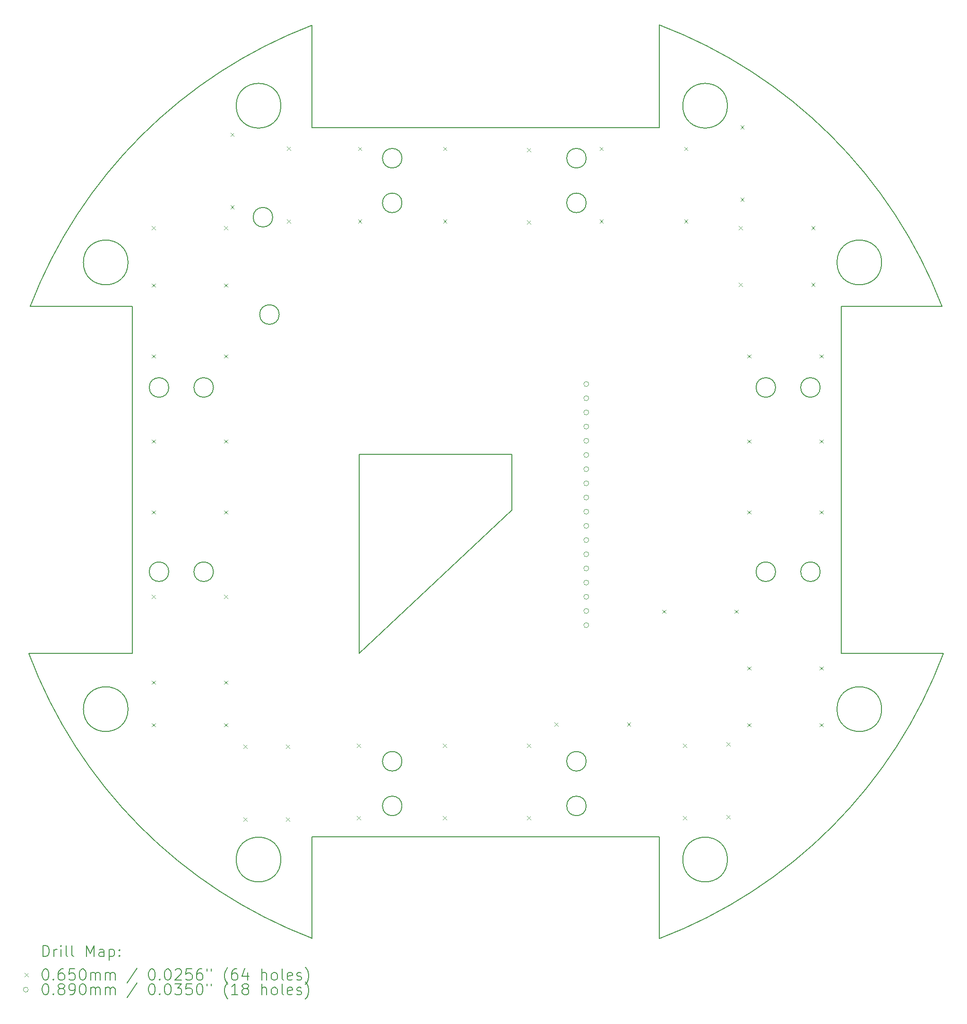
<source format=gbr>
%TF.GenerationSoftware,KiCad,Pcbnew,8.0.5*%
%TF.CreationDate,2024-12-27T19:58:19-05:00*%
%TF.ProjectId,line_sensor_pcb,6c696e65-5f73-4656-9e73-6f725f706362,rev?*%
%TF.SameCoordinates,Original*%
%TF.FileFunction,Drillmap*%
%TF.FilePolarity,Positive*%
%FSLAX45Y45*%
G04 Gerber Fmt 4.5, Leading zero omitted, Abs format (unit mm)*
G04 Created by KiCad (PCBNEW 8.0.5) date 2024-12-27 19:58:19*
%MOMM*%
%LPD*%
G01*
G04 APERTURE LIST*
%ADD10C,0.200000*%
%ADD11C,0.100000*%
G04 APERTURE END LIST*
D10*
X6773178Y-3029700D02*
X6773178Y-1194070D01*
X15875625Y-7681333D02*
G75*
G02*
X15525625Y-7681333I-175000J0D01*
G01*
X15525625Y-7681333D02*
G75*
G02*
X15875625Y-7681333I175000J0D01*
G01*
X3556000Y-12446000D02*
X1698761Y-12446000D01*
X12989478Y-3029700D02*
X6773178Y-3029700D01*
X5005626Y-10981333D02*
G75*
G02*
X4655626Y-10981333I-175000J0D01*
G01*
X4655626Y-10981333D02*
G75*
G02*
X5005626Y-10981333I175000J0D01*
G01*
X10351184Y-9878182D02*
X7620000Y-12446000D01*
X4205626Y-7681333D02*
G75*
G02*
X3855625Y-7681333I-175000J0D01*
G01*
X3855625Y-7681333D02*
G75*
G02*
X4205626Y-7681333I175000J0D01*
G01*
X1723213Y-6229700D02*
G75*
G02*
X6773178Y-1194070I8167058J-3140322D01*
G01*
X16256000Y-12446000D02*
X16256000Y-6229700D01*
X12989478Y-15729700D02*
X12989478Y-17552775D01*
X6213664Y-2635422D02*
G75*
G02*
X5413665Y-2635422I-400000J0D01*
G01*
X5413665Y-2635422D02*
G75*
G02*
X6213664Y-2635422I400000J0D01*
G01*
X6067552Y-4632216D02*
G75*
G02*
X5717552Y-4632216I-175000J0D01*
G01*
X5717552Y-4632216D02*
G75*
G02*
X6067552Y-4632216I175000J0D01*
G01*
X11683500Y-14375438D02*
G75*
G02*
X11333500Y-14375438I-175000J0D01*
G01*
X11333500Y-14375438D02*
G75*
G02*
X11683500Y-14375438I175000J0D01*
G01*
X11683500Y-3575438D02*
G75*
G02*
X11333500Y-3575438I-175000J0D01*
G01*
X11333500Y-3575438D02*
G75*
G02*
X11683500Y-3575438I175000J0D01*
G01*
X6773178Y-17545977D02*
X6773178Y-15729700D01*
X3476008Y-13442045D02*
G75*
G02*
X2676008Y-13442045I-400000J0D01*
G01*
X2676008Y-13442045D02*
G75*
G02*
X3476008Y-13442045I400000J0D01*
G01*
X10351184Y-8878182D02*
X10351184Y-9878182D01*
X14213664Y-2635422D02*
G75*
G02*
X13413664Y-2635422I-400000J0D01*
G01*
X13413664Y-2635422D02*
G75*
G02*
X14213664Y-2635422I400000J0D01*
G01*
X14213664Y-16135422D02*
G75*
G02*
X13413664Y-16135422I-400000J0D01*
G01*
X13413664Y-16135422D02*
G75*
G02*
X14213664Y-16135422I400000J0D01*
G01*
X15075625Y-10981333D02*
G75*
G02*
X14725625Y-10981333I-175000J0D01*
G01*
X14725625Y-10981333D02*
G75*
G02*
X15075625Y-10981333I175000J0D01*
G01*
X16256000Y-6229700D02*
X18057333Y-6229700D01*
X6773178Y-15729700D02*
X12989478Y-15729700D01*
X5005626Y-7681333D02*
G75*
G02*
X4655626Y-7681333I-175000J0D01*
G01*
X4655626Y-7681333D02*
G75*
G02*
X5005626Y-7681333I175000J0D01*
G01*
X18081785Y-12446000D02*
X16256000Y-12446000D01*
X18081785Y-12446000D02*
G75*
G02*
X12989478Y-17552775I-8191512J3075977D01*
G01*
X15875625Y-10981333D02*
G75*
G02*
X15525625Y-10981333I-175000J0D01*
G01*
X15525625Y-10981333D02*
G75*
G02*
X15875625Y-10981333I175000J0D01*
G01*
X12989478Y-1187272D02*
G75*
G02*
X18057333Y-6229700I-3099203J-8182750D01*
G01*
X8383500Y-14375438D02*
G75*
G02*
X8033500Y-14375438I-175000J0D01*
G01*
X8033500Y-14375438D02*
G75*
G02*
X8383500Y-14375438I175000J0D01*
G01*
X8383500Y-3575438D02*
G75*
G02*
X8033500Y-3575438I-175000J0D01*
G01*
X8033500Y-3575438D02*
G75*
G02*
X8383500Y-3575438I175000J0D01*
G01*
X3556000Y-6229700D02*
X3556000Y-12446000D01*
X8383500Y-15175438D02*
G75*
G02*
X8033500Y-15175438I-175000J0D01*
G01*
X8033500Y-15175438D02*
G75*
G02*
X8383500Y-15175438I175000J0D01*
G01*
X6213664Y-16135422D02*
G75*
G02*
X5413665Y-16135422I-400000J0D01*
G01*
X5413665Y-16135422D02*
G75*
G02*
X6213664Y-16135422I400000J0D01*
G01*
X4205626Y-10981333D02*
G75*
G02*
X3855625Y-10981333I-175000J0D01*
G01*
X3855625Y-10981333D02*
G75*
G02*
X4205626Y-10981333I175000J0D01*
G01*
X11683500Y-15175438D02*
G75*
G02*
X11333500Y-15175438I-175000J0D01*
G01*
X11333500Y-15175438D02*
G75*
G02*
X11683500Y-15175438I175000J0D01*
G01*
X12989478Y-1187272D02*
X12989478Y-3029700D01*
X11683500Y-4375438D02*
G75*
G02*
X11333500Y-4375438I-175000J0D01*
G01*
X11333500Y-4375438D02*
G75*
G02*
X11683500Y-4375438I175000J0D01*
G01*
X7620000Y-12446000D02*
X7620000Y-8878182D01*
X16976008Y-13442045D02*
G75*
G02*
X16176008Y-13442045I-400000J0D01*
G01*
X16176008Y-13442045D02*
G75*
G02*
X16976008Y-13442045I400000J0D01*
G01*
X6773178Y-17545977D02*
G75*
G02*
X1698761Y-12446000I3117091J8175950D01*
G01*
X16976008Y-5442045D02*
G75*
G02*
X16176008Y-5442045I-400000J0D01*
G01*
X16176008Y-5442045D02*
G75*
G02*
X16976008Y-5442045I400000J0D01*
G01*
X15075625Y-7681333D02*
G75*
G02*
X14725625Y-7681333I-175000J0D01*
G01*
X14725625Y-7681333D02*
G75*
G02*
X15075625Y-7681333I175000J0D01*
G01*
X6183500Y-6375438D02*
G75*
G02*
X5833500Y-6375438I-175000J0D01*
G01*
X5833500Y-6375438D02*
G75*
G02*
X6183500Y-6375438I175000J0D01*
G01*
X3476008Y-5442045D02*
G75*
G02*
X2676008Y-5442045I-400000J0D01*
G01*
X2676008Y-5442045D02*
G75*
G02*
X3476008Y-5442045I400000J0D01*
G01*
X1723213Y-6229700D02*
X3556000Y-6229700D01*
X8383500Y-4375438D02*
G75*
G02*
X8033500Y-4375438I-175000J0D01*
G01*
X8033500Y-4375438D02*
G75*
G02*
X8383500Y-4375438I175000J0D01*
G01*
X7620000Y-8878182D02*
X10351184Y-8878182D01*
D11*
X3899500Y-4793500D02*
X3964500Y-4858500D01*
X3964500Y-4793500D02*
X3899500Y-4858500D01*
X3899500Y-5819500D02*
X3964500Y-5884500D01*
X3964500Y-5819500D02*
X3899500Y-5884500D01*
X3899500Y-7089500D02*
X3964500Y-7154500D01*
X3964500Y-7089500D02*
X3899500Y-7154500D01*
X3899500Y-8613500D02*
X3964500Y-8678500D01*
X3964500Y-8613500D02*
X3899500Y-8678500D01*
X3899500Y-9883500D02*
X3964500Y-9948500D01*
X3964500Y-9883500D02*
X3899500Y-9948500D01*
X3899500Y-11397500D02*
X3964500Y-11462500D01*
X3964500Y-11397500D02*
X3899500Y-11462500D01*
X3899500Y-12931500D02*
X3964500Y-12996500D01*
X3964500Y-12931500D02*
X3899500Y-12996500D01*
X3899500Y-13693500D02*
X3964500Y-13758500D01*
X3964500Y-13693500D02*
X3899500Y-13758500D01*
X5199500Y-4793500D02*
X5264500Y-4858500D01*
X5264500Y-4793500D02*
X5199500Y-4858500D01*
X5199500Y-5819500D02*
X5264500Y-5884500D01*
X5264500Y-5819500D02*
X5199500Y-5884500D01*
X5199500Y-7089500D02*
X5264500Y-7154500D01*
X5264500Y-7089500D02*
X5199500Y-7154500D01*
X5199500Y-8613500D02*
X5264500Y-8678500D01*
X5264500Y-8613500D02*
X5199500Y-8678500D01*
X5199500Y-9883500D02*
X5264500Y-9948500D01*
X5264500Y-9883500D02*
X5199500Y-9948500D01*
X5199500Y-11397500D02*
X5264500Y-11462500D01*
X5264500Y-11397500D02*
X5199500Y-11462500D01*
X5199500Y-12931500D02*
X5264500Y-12996500D01*
X5264500Y-12931500D02*
X5199500Y-12996500D01*
X5199500Y-13693500D02*
X5264500Y-13758500D01*
X5264500Y-13693500D02*
X5199500Y-13758500D01*
X5311500Y-3117500D02*
X5376500Y-3182500D01*
X5376500Y-3117500D02*
X5311500Y-3182500D01*
X5311500Y-4417500D02*
X5376500Y-4482500D01*
X5376500Y-4417500D02*
X5311500Y-4482500D01*
X5545500Y-14081500D02*
X5610500Y-14146500D01*
X5610500Y-14081500D02*
X5545500Y-14146500D01*
X5545500Y-15381500D02*
X5610500Y-15446500D01*
X5610500Y-15381500D02*
X5545500Y-15446500D01*
X6307500Y-14081500D02*
X6372500Y-14146500D01*
X6372500Y-14081500D02*
X6307500Y-14146500D01*
X6307500Y-15381500D02*
X6372500Y-15446500D01*
X6372500Y-15381500D02*
X6307500Y-15446500D01*
X6321500Y-3369500D02*
X6386500Y-3434500D01*
X6386500Y-3369500D02*
X6321500Y-3434500D01*
X6321500Y-4669500D02*
X6386500Y-4734500D01*
X6386500Y-4669500D02*
X6321500Y-4734500D01*
X7577500Y-14059500D02*
X7642500Y-14124500D01*
X7642500Y-14059500D02*
X7577500Y-14124500D01*
X7577500Y-15359500D02*
X7642500Y-15424500D01*
X7642500Y-15359500D02*
X7577500Y-15424500D01*
X7597500Y-3371500D02*
X7662500Y-3436500D01*
X7662500Y-3371500D02*
X7597500Y-3436500D01*
X7597500Y-4671500D02*
X7662500Y-4736500D01*
X7662500Y-4671500D02*
X7597500Y-4736500D01*
X9115500Y-14059500D02*
X9180500Y-14124500D01*
X9180500Y-14059500D02*
X9115500Y-14124500D01*
X9115500Y-15359500D02*
X9180500Y-15424500D01*
X9180500Y-15359500D02*
X9115500Y-15424500D01*
X9121500Y-3371500D02*
X9186500Y-3436500D01*
X9186500Y-3371500D02*
X9121500Y-3436500D01*
X9121500Y-4671500D02*
X9186500Y-4736500D01*
X9186500Y-4671500D02*
X9121500Y-4736500D01*
X10625500Y-3391500D02*
X10690500Y-3456500D01*
X10690500Y-3391500D02*
X10625500Y-3456500D01*
X10625500Y-4691500D02*
X10690500Y-4756500D01*
X10690500Y-4691500D02*
X10625500Y-4756500D01*
X10625500Y-14059500D02*
X10690500Y-14124500D01*
X10690500Y-14059500D02*
X10625500Y-14124500D01*
X10625500Y-15359500D02*
X10690500Y-15424500D01*
X10690500Y-15359500D02*
X10625500Y-15424500D01*
X11113500Y-13683500D02*
X11178500Y-13748500D01*
X11178500Y-13683500D02*
X11113500Y-13748500D01*
X11923500Y-3371500D02*
X11988500Y-3436500D01*
X11988500Y-3371500D02*
X11923500Y-3436500D01*
X11923500Y-4671500D02*
X11988500Y-4736500D01*
X11988500Y-4671500D02*
X11923500Y-4736500D01*
X12413500Y-13683500D02*
X12478500Y-13748500D01*
X12478500Y-13683500D02*
X12413500Y-13748500D01*
X13043500Y-11661500D02*
X13108500Y-11726500D01*
X13108500Y-11661500D02*
X13043500Y-11726500D01*
X13419500Y-14059500D02*
X13484500Y-14124500D01*
X13484500Y-14059500D02*
X13419500Y-14124500D01*
X13419500Y-15359500D02*
X13484500Y-15424500D01*
X13484500Y-15359500D02*
X13419500Y-15424500D01*
X13439500Y-3371500D02*
X13504500Y-3436500D01*
X13504500Y-3371500D02*
X13439500Y-3436500D01*
X13439500Y-4671500D02*
X13504500Y-4736500D01*
X13504500Y-4671500D02*
X13439500Y-4736500D01*
X14195500Y-14037500D02*
X14260500Y-14102500D01*
X14260500Y-14037500D02*
X14195500Y-14102500D01*
X14195500Y-15337500D02*
X14260500Y-15402500D01*
X14260500Y-15337500D02*
X14195500Y-15402500D01*
X14343500Y-11661500D02*
X14408500Y-11726500D01*
X14408500Y-11661500D02*
X14343500Y-11726500D01*
X14415500Y-4793500D02*
X14480500Y-4858500D01*
X14480500Y-4793500D02*
X14415500Y-4858500D01*
X14415500Y-5809500D02*
X14480500Y-5874500D01*
X14480500Y-5809500D02*
X14415500Y-5874500D01*
X14445500Y-2985500D02*
X14510500Y-3050500D01*
X14510500Y-2985500D02*
X14445500Y-3050500D01*
X14445500Y-4285500D02*
X14510500Y-4350500D01*
X14510500Y-4285500D02*
X14445500Y-4350500D01*
X14567500Y-7089500D02*
X14632500Y-7154500D01*
X14632500Y-7089500D02*
X14567500Y-7154500D01*
X14567500Y-8613500D02*
X14632500Y-8678500D01*
X14632500Y-8613500D02*
X14567500Y-8678500D01*
X14567500Y-9883500D02*
X14632500Y-9948500D01*
X14632500Y-9883500D02*
X14567500Y-9948500D01*
X14567500Y-12677500D02*
X14632500Y-12742500D01*
X14632500Y-12677500D02*
X14567500Y-12742500D01*
X14567500Y-13693500D02*
X14632500Y-13758500D01*
X14632500Y-13693500D02*
X14567500Y-13758500D01*
X15715500Y-4793500D02*
X15780500Y-4858500D01*
X15780500Y-4793500D02*
X15715500Y-4858500D01*
X15715500Y-5809500D02*
X15780500Y-5874500D01*
X15780500Y-5809500D02*
X15715500Y-5874500D01*
X15867500Y-7089500D02*
X15932500Y-7154500D01*
X15932500Y-7089500D02*
X15867500Y-7154500D01*
X15867500Y-8613500D02*
X15932500Y-8678500D01*
X15932500Y-8613500D02*
X15867500Y-8678500D01*
X15867500Y-9883500D02*
X15932500Y-9948500D01*
X15932500Y-9883500D02*
X15867500Y-9948500D01*
X15867500Y-12677500D02*
X15932500Y-12742500D01*
X15932500Y-12677500D02*
X15867500Y-12742500D01*
X15867500Y-13693500D02*
X15932500Y-13758500D01*
X15932500Y-13693500D02*
X15867500Y-13758500D01*
X11728500Y-7620000D02*
G75*
G02*
X11639500Y-7620000I-44500J0D01*
G01*
X11639500Y-7620000D02*
G75*
G02*
X11728500Y-7620000I44500J0D01*
G01*
X11728500Y-7874000D02*
G75*
G02*
X11639500Y-7874000I-44500J0D01*
G01*
X11639500Y-7874000D02*
G75*
G02*
X11728500Y-7874000I44500J0D01*
G01*
X11728500Y-8128000D02*
G75*
G02*
X11639500Y-8128000I-44500J0D01*
G01*
X11639500Y-8128000D02*
G75*
G02*
X11728500Y-8128000I44500J0D01*
G01*
X11728500Y-8382000D02*
G75*
G02*
X11639500Y-8382000I-44500J0D01*
G01*
X11639500Y-8382000D02*
G75*
G02*
X11728500Y-8382000I44500J0D01*
G01*
X11728500Y-8636000D02*
G75*
G02*
X11639500Y-8636000I-44500J0D01*
G01*
X11639500Y-8636000D02*
G75*
G02*
X11728500Y-8636000I44500J0D01*
G01*
X11728500Y-8890000D02*
G75*
G02*
X11639500Y-8890000I-44500J0D01*
G01*
X11639500Y-8890000D02*
G75*
G02*
X11728500Y-8890000I44500J0D01*
G01*
X11728500Y-9144000D02*
G75*
G02*
X11639500Y-9144000I-44500J0D01*
G01*
X11639500Y-9144000D02*
G75*
G02*
X11728500Y-9144000I44500J0D01*
G01*
X11728500Y-9398000D02*
G75*
G02*
X11639500Y-9398000I-44500J0D01*
G01*
X11639500Y-9398000D02*
G75*
G02*
X11728500Y-9398000I44500J0D01*
G01*
X11728500Y-9652000D02*
G75*
G02*
X11639500Y-9652000I-44500J0D01*
G01*
X11639500Y-9652000D02*
G75*
G02*
X11728500Y-9652000I44500J0D01*
G01*
X11728500Y-9906000D02*
G75*
G02*
X11639500Y-9906000I-44500J0D01*
G01*
X11639500Y-9906000D02*
G75*
G02*
X11728500Y-9906000I44500J0D01*
G01*
X11728500Y-10160000D02*
G75*
G02*
X11639500Y-10160000I-44500J0D01*
G01*
X11639500Y-10160000D02*
G75*
G02*
X11728500Y-10160000I44500J0D01*
G01*
X11728500Y-10414000D02*
G75*
G02*
X11639500Y-10414000I-44500J0D01*
G01*
X11639500Y-10414000D02*
G75*
G02*
X11728500Y-10414000I44500J0D01*
G01*
X11728500Y-10668000D02*
G75*
G02*
X11639500Y-10668000I-44500J0D01*
G01*
X11639500Y-10668000D02*
G75*
G02*
X11728500Y-10668000I44500J0D01*
G01*
X11728500Y-10922000D02*
G75*
G02*
X11639500Y-10922000I-44500J0D01*
G01*
X11639500Y-10922000D02*
G75*
G02*
X11728500Y-10922000I44500J0D01*
G01*
X11728500Y-11176000D02*
G75*
G02*
X11639500Y-11176000I-44500J0D01*
G01*
X11639500Y-11176000D02*
G75*
G02*
X11728500Y-11176000I44500J0D01*
G01*
X11728500Y-11430000D02*
G75*
G02*
X11639500Y-11430000I-44500J0D01*
G01*
X11639500Y-11430000D02*
G75*
G02*
X11728500Y-11430000I44500J0D01*
G01*
X11728500Y-11684000D02*
G75*
G02*
X11639500Y-11684000I-44500J0D01*
G01*
X11639500Y-11684000D02*
G75*
G02*
X11728500Y-11684000I44500J0D01*
G01*
X11728500Y-11938000D02*
G75*
G02*
X11639500Y-11938000I-44500J0D01*
G01*
X11639500Y-11938000D02*
G75*
G02*
X11728500Y-11938000I44500J0D01*
G01*
D10*
X1949538Y-17874259D02*
X1949538Y-17674259D01*
X1949538Y-17674259D02*
X1997157Y-17674259D01*
X1997157Y-17674259D02*
X2025729Y-17683783D01*
X2025729Y-17683783D02*
X2044776Y-17702830D01*
X2044776Y-17702830D02*
X2054300Y-17721878D01*
X2054300Y-17721878D02*
X2063824Y-17759973D01*
X2063824Y-17759973D02*
X2063824Y-17788545D01*
X2063824Y-17788545D02*
X2054300Y-17826640D01*
X2054300Y-17826640D02*
X2044776Y-17845688D01*
X2044776Y-17845688D02*
X2025729Y-17864735D01*
X2025729Y-17864735D02*
X1997157Y-17874259D01*
X1997157Y-17874259D02*
X1949538Y-17874259D01*
X2149538Y-17874259D02*
X2149538Y-17740926D01*
X2149538Y-17779021D02*
X2159062Y-17759973D01*
X2159062Y-17759973D02*
X2168586Y-17750449D01*
X2168586Y-17750449D02*
X2187633Y-17740926D01*
X2187633Y-17740926D02*
X2206681Y-17740926D01*
X2273348Y-17874259D02*
X2273348Y-17740926D01*
X2273348Y-17674259D02*
X2263824Y-17683783D01*
X2263824Y-17683783D02*
X2273348Y-17693307D01*
X2273348Y-17693307D02*
X2282872Y-17683783D01*
X2282872Y-17683783D02*
X2273348Y-17674259D01*
X2273348Y-17674259D02*
X2273348Y-17693307D01*
X2397157Y-17874259D02*
X2378110Y-17864735D01*
X2378110Y-17864735D02*
X2368586Y-17845688D01*
X2368586Y-17845688D02*
X2368586Y-17674259D01*
X2501919Y-17874259D02*
X2482872Y-17864735D01*
X2482872Y-17864735D02*
X2473348Y-17845688D01*
X2473348Y-17845688D02*
X2473348Y-17674259D01*
X2730491Y-17874259D02*
X2730491Y-17674259D01*
X2730491Y-17674259D02*
X2797157Y-17817116D01*
X2797157Y-17817116D02*
X2863824Y-17674259D01*
X2863824Y-17674259D02*
X2863824Y-17874259D01*
X3044776Y-17874259D02*
X3044776Y-17769497D01*
X3044776Y-17769497D02*
X3035252Y-17750449D01*
X3035252Y-17750449D02*
X3016205Y-17740926D01*
X3016205Y-17740926D02*
X2978110Y-17740926D01*
X2978110Y-17740926D02*
X2959062Y-17750449D01*
X3044776Y-17864735D02*
X3025729Y-17874259D01*
X3025729Y-17874259D02*
X2978110Y-17874259D01*
X2978110Y-17874259D02*
X2959062Y-17864735D01*
X2959062Y-17864735D02*
X2949538Y-17845688D01*
X2949538Y-17845688D02*
X2949538Y-17826640D01*
X2949538Y-17826640D02*
X2959062Y-17807592D01*
X2959062Y-17807592D02*
X2978110Y-17798069D01*
X2978110Y-17798069D02*
X3025729Y-17798069D01*
X3025729Y-17798069D02*
X3044776Y-17788545D01*
X3140014Y-17740926D02*
X3140014Y-17940926D01*
X3140014Y-17750449D02*
X3159062Y-17740926D01*
X3159062Y-17740926D02*
X3197157Y-17740926D01*
X3197157Y-17740926D02*
X3216205Y-17750449D01*
X3216205Y-17750449D02*
X3225729Y-17759973D01*
X3225729Y-17759973D02*
X3235252Y-17779021D01*
X3235252Y-17779021D02*
X3235252Y-17836164D01*
X3235252Y-17836164D02*
X3225729Y-17855211D01*
X3225729Y-17855211D02*
X3216205Y-17864735D01*
X3216205Y-17864735D02*
X3197157Y-17874259D01*
X3197157Y-17874259D02*
X3159062Y-17874259D01*
X3159062Y-17874259D02*
X3140014Y-17864735D01*
X3320967Y-17855211D02*
X3330491Y-17864735D01*
X3330491Y-17864735D02*
X3320967Y-17874259D01*
X3320967Y-17874259D02*
X3311443Y-17864735D01*
X3311443Y-17864735D02*
X3320967Y-17855211D01*
X3320967Y-17855211D02*
X3320967Y-17874259D01*
X3320967Y-17750449D02*
X3330491Y-17759973D01*
X3330491Y-17759973D02*
X3320967Y-17769497D01*
X3320967Y-17769497D02*
X3311443Y-17759973D01*
X3311443Y-17759973D02*
X3320967Y-17750449D01*
X3320967Y-17750449D02*
X3320967Y-17769497D01*
D11*
X1623761Y-18170275D02*
X1688761Y-18235275D01*
X1688761Y-18170275D02*
X1623761Y-18235275D01*
D10*
X1987633Y-18094259D02*
X2006681Y-18094259D01*
X2006681Y-18094259D02*
X2025729Y-18103783D01*
X2025729Y-18103783D02*
X2035252Y-18113307D01*
X2035252Y-18113307D02*
X2044776Y-18132354D01*
X2044776Y-18132354D02*
X2054300Y-18170449D01*
X2054300Y-18170449D02*
X2054300Y-18218069D01*
X2054300Y-18218069D02*
X2044776Y-18256164D01*
X2044776Y-18256164D02*
X2035252Y-18275211D01*
X2035252Y-18275211D02*
X2025729Y-18284735D01*
X2025729Y-18284735D02*
X2006681Y-18294259D01*
X2006681Y-18294259D02*
X1987633Y-18294259D01*
X1987633Y-18294259D02*
X1968586Y-18284735D01*
X1968586Y-18284735D02*
X1959062Y-18275211D01*
X1959062Y-18275211D02*
X1949538Y-18256164D01*
X1949538Y-18256164D02*
X1940014Y-18218069D01*
X1940014Y-18218069D02*
X1940014Y-18170449D01*
X1940014Y-18170449D02*
X1949538Y-18132354D01*
X1949538Y-18132354D02*
X1959062Y-18113307D01*
X1959062Y-18113307D02*
X1968586Y-18103783D01*
X1968586Y-18103783D02*
X1987633Y-18094259D01*
X2140014Y-18275211D02*
X2149538Y-18284735D01*
X2149538Y-18284735D02*
X2140014Y-18294259D01*
X2140014Y-18294259D02*
X2130491Y-18284735D01*
X2130491Y-18284735D02*
X2140014Y-18275211D01*
X2140014Y-18275211D02*
X2140014Y-18294259D01*
X2320967Y-18094259D02*
X2282872Y-18094259D01*
X2282872Y-18094259D02*
X2263824Y-18103783D01*
X2263824Y-18103783D02*
X2254300Y-18113307D01*
X2254300Y-18113307D02*
X2235253Y-18141878D01*
X2235253Y-18141878D02*
X2225729Y-18179973D01*
X2225729Y-18179973D02*
X2225729Y-18256164D01*
X2225729Y-18256164D02*
X2235253Y-18275211D01*
X2235253Y-18275211D02*
X2244776Y-18284735D01*
X2244776Y-18284735D02*
X2263824Y-18294259D01*
X2263824Y-18294259D02*
X2301919Y-18294259D01*
X2301919Y-18294259D02*
X2320967Y-18284735D01*
X2320967Y-18284735D02*
X2330491Y-18275211D01*
X2330491Y-18275211D02*
X2340014Y-18256164D01*
X2340014Y-18256164D02*
X2340014Y-18208545D01*
X2340014Y-18208545D02*
X2330491Y-18189497D01*
X2330491Y-18189497D02*
X2320967Y-18179973D01*
X2320967Y-18179973D02*
X2301919Y-18170449D01*
X2301919Y-18170449D02*
X2263824Y-18170449D01*
X2263824Y-18170449D02*
X2244776Y-18179973D01*
X2244776Y-18179973D02*
X2235253Y-18189497D01*
X2235253Y-18189497D02*
X2225729Y-18208545D01*
X2520967Y-18094259D02*
X2425729Y-18094259D01*
X2425729Y-18094259D02*
X2416205Y-18189497D01*
X2416205Y-18189497D02*
X2425729Y-18179973D01*
X2425729Y-18179973D02*
X2444776Y-18170449D01*
X2444776Y-18170449D02*
X2492395Y-18170449D01*
X2492395Y-18170449D02*
X2511443Y-18179973D01*
X2511443Y-18179973D02*
X2520967Y-18189497D01*
X2520967Y-18189497D02*
X2530491Y-18208545D01*
X2530491Y-18208545D02*
X2530491Y-18256164D01*
X2530491Y-18256164D02*
X2520967Y-18275211D01*
X2520967Y-18275211D02*
X2511443Y-18284735D01*
X2511443Y-18284735D02*
X2492395Y-18294259D01*
X2492395Y-18294259D02*
X2444776Y-18294259D01*
X2444776Y-18294259D02*
X2425729Y-18284735D01*
X2425729Y-18284735D02*
X2416205Y-18275211D01*
X2654300Y-18094259D02*
X2673348Y-18094259D01*
X2673348Y-18094259D02*
X2692395Y-18103783D01*
X2692395Y-18103783D02*
X2701919Y-18113307D01*
X2701919Y-18113307D02*
X2711443Y-18132354D01*
X2711443Y-18132354D02*
X2720967Y-18170449D01*
X2720967Y-18170449D02*
X2720967Y-18218069D01*
X2720967Y-18218069D02*
X2711443Y-18256164D01*
X2711443Y-18256164D02*
X2701919Y-18275211D01*
X2701919Y-18275211D02*
X2692395Y-18284735D01*
X2692395Y-18284735D02*
X2673348Y-18294259D01*
X2673348Y-18294259D02*
X2654300Y-18294259D01*
X2654300Y-18294259D02*
X2635253Y-18284735D01*
X2635253Y-18284735D02*
X2625729Y-18275211D01*
X2625729Y-18275211D02*
X2616205Y-18256164D01*
X2616205Y-18256164D02*
X2606681Y-18218069D01*
X2606681Y-18218069D02*
X2606681Y-18170449D01*
X2606681Y-18170449D02*
X2616205Y-18132354D01*
X2616205Y-18132354D02*
X2625729Y-18113307D01*
X2625729Y-18113307D02*
X2635253Y-18103783D01*
X2635253Y-18103783D02*
X2654300Y-18094259D01*
X2806681Y-18294259D02*
X2806681Y-18160926D01*
X2806681Y-18179973D02*
X2816205Y-18170449D01*
X2816205Y-18170449D02*
X2835252Y-18160926D01*
X2835252Y-18160926D02*
X2863824Y-18160926D01*
X2863824Y-18160926D02*
X2882872Y-18170449D01*
X2882872Y-18170449D02*
X2892395Y-18189497D01*
X2892395Y-18189497D02*
X2892395Y-18294259D01*
X2892395Y-18189497D02*
X2901919Y-18170449D01*
X2901919Y-18170449D02*
X2920967Y-18160926D01*
X2920967Y-18160926D02*
X2949538Y-18160926D01*
X2949538Y-18160926D02*
X2968586Y-18170449D01*
X2968586Y-18170449D02*
X2978110Y-18189497D01*
X2978110Y-18189497D02*
X2978110Y-18294259D01*
X3073348Y-18294259D02*
X3073348Y-18160926D01*
X3073348Y-18179973D02*
X3082872Y-18170449D01*
X3082872Y-18170449D02*
X3101919Y-18160926D01*
X3101919Y-18160926D02*
X3130491Y-18160926D01*
X3130491Y-18160926D02*
X3149538Y-18170449D01*
X3149538Y-18170449D02*
X3159062Y-18189497D01*
X3159062Y-18189497D02*
X3159062Y-18294259D01*
X3159062Y-18189497D02*
X3168586Y-18170449D01*
X3168586Y-18170449D02*
X3187633Y-18160926D01*
X3187633Y-18160926D02*
X3216205Y-18160926D01*
X3216205Y-18160926D02*
X3235253Y-18170449D01*
X3235253Y-18170449D02*
X3244776Y-18189497D01*
X3244776Y-18189497D02*
X3244776Y-18294259D01*
X3635253Y-18084735D02*
X3463824Y-18341878D01*
X3892395Y-18094259D02*
X3911443Y-18094259D01*
X3911443Y-18094259D02*
X3930491Y-18103783D01*
X3930491Y-18103783D02*
X3940015Y-18113307D01*
X3940015Y-18113307D02*
X3949538Y-18132354D01*
X3949538Y-18132354D02*
X3959062Y-18170449D01*
X3959062Y-18170449D02*
X3959062Y-18218069D01*
X3959062Y-18218069D02*
X3949538Y-18256164D01*
X3949538Y-18256164D02*
X3940015Y-18275211D01*
X3940015Y-18275211D02*
X3930491Y-18284735D01*
X3930491Y-18284735D02*
X3911443Y-18294259D01*
X3911443Y-18294259D02*
X3892395Y-18294259D01*
X3892395Y-18294259D02*
X3873348Y-18284735D01*
X3873348Y-18284735D02*
X3863824Y-18275211D01*
X3863824Y-18275211D02*
X3854300Y-18256164D01*
X3854300Y-18256164D02*
X3844776Y-18218069D01*
X3844776Y-18218069D02*
X3844776Y-18170449D01*
X3844776Y-18170449D02*
X3854300Y-18132354D01*
X3854300Y-18132354D02*
X3863824Y-18113307D01*
X3863824Y-18113307D02*
X3873348Y-18103783D01*
X3873348Y-18103783D02*
X3892395Y-18094259D01*
X4044776Y-18275211D02*
X4054300Y-18284735D01*
X4054300Y-18284735D02*
X4044776Y-18294259D01*
X4044776Y-18294259D02*
X4035253Y-18284735D01*
X4035253Y-18284735D02*
X4044776Y-18275211D01*
X4044776Y-18275211D02*
X4044776Y-18294259D01*
X4178110Y-18094259D02*
X4197158Y-18094259D01*
X4197158Y-18094259D02*
X4216205Y-18103783D01*
X4216205Y-18103783D02*
X4225729Y-18113307D01*
X4225729Y-18113307D02*
X4235253Y-18132354D01*
X4235253Y-18132354D02*
X4244777Y-18170449D01*
X4244777Y-18170449D02*
X4244777Y-18218069D01*
X4244777Y-18218069D02*
X4235253Y-18256164D01*
X4235253Y-18256164D02*
X4225729Y-18275211D01*
X4225729Y-18275211D02*
X4216205Y-18284735D01*
X4216205Y-18284735D02*
X4197158Y-18294259D01*
X4197158Y-18294259D02*
X4178110Y-18294259D01*
X4178110Y-18294259D02*
X4159062Y-18284735D01*
X4159062Y-18284735D02*
X4149538Y-18275211D01*
X4149538Y-18275211D02*
X4140015Y-18256164D01*
X4140015Y-18256164D02*
X4130491Y-18218069D01*
X4130491Y-18218069D02*
X4130491Y-18170449D01*
X4130491Y-18170449D02*
X4140015Y-18132354D01*
X4140015Y-18132354D02*
X4149538Y-18113307D01*
X4149538Y-18113307D02*
X4159062Y-18103783D01*
X4159062Y-18103783D02*
X4178110Y-18094259D01*
X4320967Y-18113307D02*
X4330491Y-18103783D01*
X4330491Y-18103783D02*
X4349538Y-18094259D01*
X4349538Y-18094259D02*
X4397158Y-18094259D01*
X4397158Y-18094259D02*
X4416205Y-18103783D01*
X4416205Y-18103783D02*
X4425729Y-18113307D01*
X4425729Y-18113307D02*
X4435253Y-18132354D01*
X4435253Y-18132354D02*
X4435253Y-18151402D01*
X4435253Y-18151402D02*
X4425729Y-18179973D01*
X4425729Y-18179973D02*
X4311443Y-18294259D01*
X4311443Y-18294259D02*
X4435253Y-18294259D01*
X4616205Y-18094259D02*
X4520967Y-18094259D01*
X4520967Y-18094259D02*
X4511443Y-18189497D01*
X4511443Y-18189497D02*
X4520967Y-18179973D01*
X4520967Y-18179973D02*
X4540015Y-18170449D01*
X4540015Y-18170449D02*
X4587634Y-18170449D01*
X4587634Y-18170449D02*
X4606681Y-18179973D01*
X4606681Y-18179973D02*
X4616205Y-18189497D01*
X4616205Y-18189497D02*
X4625729Y-18208545D01*
X4625729Y-18208545D02*
X4625729Y-18256164D01*
X4625729Y-18256164D02*
X4616205Y-18275211D01*
X4616205Y-18275211D02*
X4606681Y-18284735D01*
X4606681Y-18284735D02*
X4587634Y-18294259D01*
X4587634Y-18294259D02*
X4540015Y-18294259D01*
X4540015Y-18294259D02*
X4520967Y-18284735D01*
X4520967Y-18284735D02*
X4511443Y-18275211D01*
X4797158Y-18094259D02*
X4759062Y-18094259D01*
X4759062Y-18094259D02*
X4740015Y-18103783D01*
X4740015Y-18103783D02*
X4730491Y-18113307D01*
X4730491Y-18113307D02*
X4711443Y-18141878D01*
X4711443Y-18141878D02*
X4701919Y-18179973D01*
X4701919Y-18179973D02*
X4701919Y-18256164D01*
X4701919Y-18256164D02*
X4711443Y-18275211D01*
X4711443Y-18275211D02*
X4720967Y-18284735D01*
X4720967Y-18284735D02*
X4740015Y-18294259D01*
X4740015Y-18294259D02*
X4778110Y-18294259D01*
X4778110Y-18294259D02*
X4797158Y-18284735D01*
X4797158Y-18284735D02*
X4806681Y-18275211D01*
X4806681Y-18275211D02*
X4816205Y-18256164D01*
X4816205Y-18256164D02*
X4816205Y-18208545D01*
X4816205Y-18208545D02*
X4806681Y-18189497D01*
X4806681Y-18189497D02*
X4797158Y-18179973D01*
X4797158Y-18179973D02*
X4778110Y-18170449D01*
X4778110Y-18170449D02*
X4740015Y-18170449D01*
X4740015Y-18170449D02*
X4720967Y-18179973D01*
X4720967Y-18179973D02*
X4711443Y-18189497D01*
X4711443Y-18189497D02*
X4701919Y-18208545D01*
X4892396Y-18094259D02*
X4892396Y-18132354D01*
X4968586Y-18094259D02*
X4968586Y-18132354D01*
X5263824Y-18370449D02*
X5254300Y-18360926D01*
X5254300Y-18360926D02*
X5235253Y-18332354D01*
X5235253Y-18332354D02*
X5225729Y-18313307D01*
X5225729Y-18313307D02*
X5216205Y-18284735D01*
X5216205Y-18284735D02*
X5206681Y-18237116D01*
X5206681Y-18237116D02*
X5206681Y-18199021D01*
X5206681Y-18199021D02*
X5216205Y-18151402D01*
X5216205Y-18151402D02*
X5225729Y-18122830D01*
X5225729Y-18122830D02*
X5235253Y-18103783D01*
X5235253Y-18103783D02*
X5254300Y-18075211D01*
X5254300Y-18075211D02*
X5263824Y-18065688D01*
X5425729Y-18094259D02*
X5387634Y-18094259D01*
X5387634Y-18094259D02*
X5368586Y-18103783D01*
X5368586Y-18103783D02*
X5359062Y-18113307D01*
X5359062Y-18113307D02*
X5340015Y-18141878D01*
X5340015Y-18141878D02*
X5330491Y-18179973D01*
X5330491Y-18179973D02*
X5330491Y-18256164D01*
X5330491Y-18256164D02*
X5340015Y-18275211D01*
X5340015Y-18275211D02*
X5349539Y-18284735D01*
X5349539Y-18284735D02*
X5368586Y-18294259D01*
X5368586Y-18294259D02*
X5406681Y-18294259D01*
X5406681Y-18294259D02*
X5425729Y-18284735D01*
X5425729Y-18284735D02*
X5435253Y-18275211D01*
X5435253Y-18275211D02*
X5444777Y-18256164D01*
X5444777Y-18256164D02*
X5444777Y-18208545D01*
X5444777Y-18208545D02*
X5435253Y-18189497D01*
X5435253Y-18189497D02*
X5425729Y-18179973D01*
X5425729Y-18179973D02*
X5406681Y-18170449D01*
X5406681Y-18170449D02*
X5368586Y-18170449D01*
X5368586Y-18170449D02*
X5349539Y-18179973D01*
X5349539Y-18179973D02*
X5340015Y-18189497D01*
X5340015Y-18189497D02*
X5330491Y-18208545D01*
X5616205Y-18160926D02*
X5616205Y-18294259D01*
X5568586Y-18084735D02*
X5520967Y-18227592D01*
X5520967Y-18227592D02*
X5644777Y-18227592D01*
X5873348Y-18294259D02*
X5873348Y-18094259D01*
X5959062Y-18294259D02*
X5959062Y-18189497D01*
X5959062Y-18189497D02*
X5949539Y-18170449D01*
X5949539Y-18170449D02*
X5930491Y-18160926D01*
X5930491Y-18160926D02*
X5901919Y-18160926D01*
X5901919Y-18160926D02*
X5882872Y-18170449D01*
X5882872Y-18170449D02*
X5873348Y-18179973D01*
X6082872Y-18294259D02*
X6063824Y-18284735D01*
X6063824Y-18284735D02*
X6054300Y-18275211D01*
X6054300Y-18275211D02*
X6044777Y-18256164D01*
X6044777Y-18256164D02*
X6044777Y-18199021D01*
X6044777Y-18199021D02*
X6054300Y-18179973D01*
X6054300Y-18179973D02*
X6063824Y-18170449D01*
X6063824Y-18170449D02*
X6082872Y-18160926D01*
X6082872Y-18160926D02*
X6111443Y-18160926D01*
X6111443Y-18160926D02*
X6130491Y-18170449D01*
X6130491Y-18170449D02*
X6140015Y-18179973D01*
X6140015Y-18179973D02*
X6149539Y-18199021D01*
X6149539Y-18199021D02*
X6149539Y-18256164D01*
X6149539Y-18256164D02*
X6140015Y-18275211D01*
X6140015Y-18275211D02*
X6130491Y-18284735D01*
X6130491Y-18284735D02*
X6111443Y-18294259D01*
X6111443Y-18294259D02*
X6082872Y-18294259D01*
X6263824Y-18294259D02*
X6244777Y-18284735D01*
X6244777Y-18284735D02*
X6235253Y-18265688D01*
X6235253Y-18265688D02*
X6235253Y-18094259D01*
X6416205Y-18284735D02*
X6397158Y-18294259D01*
X6397158Y-18294259D02*
X6359062Y-18294259D01*
X6359062Y-18294259D02*
X6340015Y-18284735D01*
X6340015Y-18284735D02*
X6330491Y-18265688D01*
X6330491Y-18265688D02*
X6330491Y-18189497D01*
X6330491Y-18189497D02*
X6340015Y-18170449D01*
X6340015Y-18170449D02*
X6359062Y-18160926D01*
X6359062Y-18160926D02*
X6397158Y-18160926D01*
X6397158Y-18160926D02*
X6416205Y-18170449D01*
X6416205Y-18170449D02*
X6425729Y-18189497D01*
X6425729Y-18189497D02*
X6425729Y-18208545D01*
X6425729Y-18208545D02*
X6330491Y-18227592D01*
X6501920Y-18284735D02*
X6520967Y-18294259D01*
X6520967Y-18294259D02*
X6559062Y-18294259D01*
X6559062Y-18294259D02*
X6578110Y-18284735D01*
X6578110Y-18284735D02*
X6587634Y-18265688D01*
X6587634Y-18265688D02*
X6587634Y-18256164D01*
X6587634Y-18256164D02*
X6578110Y-18237116D01*
X6578110Y-18237116D02*
X6559062Y-18227592D01*
X6559062Y-18227592D02*
X6530491Y-18227592D01*
X6530491Y-18227592D02*
X6511443Y-18218069D01*
X6511443Y-18218069D02*
X6501920Y-18199021D01*
X6501920Y-18199021D02*
X6501920Y-18189497D01*
X6501920Y-18189497D02*
X6511443Y-18170449D01*
X6511443Y-18170449D02*
X6530491Y-18160926D01*
X6530491Y-18160926D02*
X6559062Y-18160926D01*
X6559062Y-18160926D02*
X6578110Y-18170449D01*
X6654301Y-18370449D02*
X6663824Y-18360926D01*
X6663824Y-18360926D02*
X6682872Y-18332354D01*
X6682872Y-18332354D02*
X6692396Y-18313307D01*
X6692396Y-18313307D02*
X6701920Y-18284735D01*
X6701920Y-18284735D02*
X6711443Y-18237116D01*
X6711443Y-18237116D02*
X6711443Y-18199021D01*
X6711443Y-18199021D02*
X6701920Y-18151402D01*
X6701920Y-18151402D02*
X6692396Y-18122830D01*
X6692396Y-18122830D02*
X6682872Y-18103783D01*
X6682872Y-18103783D02*
X6663824Y-18075211D01*
X6663824Y-18075211D02*
X6654301Y-18065688D01*
D11*
X1688761Y-18466775D02*
G75*
G02*
X1599761Y-18466775I-44500J0D01*
G01*
X1599761Y-18466775D02*
G75*
G02*
X1688761Y-18466775I44500J0D01*
G01*
D10*
X1987633Y-18358259D02*
X2006681Y-18358259D01*
X2006681Y-18358259D02*
X2025729Y-18367783D01*
X2025729Y-18367783D02*
X2035252Y-18377307D01*
X2035252Y-18377307D02*
X2044776Y-18396354D01*
X2044776Y-18396354D02*
X2054300Y-18434449D01*
X2054300Y-18434449D02*
X2054300Y-18482069D01*
X2054300Y-18482069D02*
X2044776Y-18520164D01*
X2044776Y-18520164D02*
X2035252Y-18539211D01*
X2035252Y-18539211D02*
X2025729Y-18548735D01*
X2025729Y-18548735D02*
X2006681Y-18558259D01*
X2006681Y-18558259D02*
X1987633Y-18558259D01*
X1987633Y-18558259D02*
X1968586Y-18548735D01*
X1968586Y-18548735D02*
X1959062Y-18539211D01*
X1959062Y-18539211D02*
X1949538Y-18520164D01*
X1949538Y-18520164D02*
X1940014Y-18482069D01*
X1940014Y-18482069D02*
X1940014Y-18434449D01*
X1940014Y-18434449D02*
X1949538Y-18396354D01*
X1949538Y-18396354D02*
X1959062Y-18377307D01*
X1959062Y-18377307D02*
X1968586Y-18367783D01*
X1968586Y-18367783D02*
X1987633Y-18358259D01*
X2140014Y-18539211D02*
X2149538Y-18548735D01*
X2149538Y-18548735D02*
X2140014Y-18558259D01*
X2140014Y-18558259D02*
X2130491Y-18548735D01*
X2130491Y-18548735D02*
X2140014Y-18539211D01*
X2140014Y-18539211D02*
X2140014Y-18558259D01*
X2263824Y-18443973D02*
X2244776Y-18434449D01*
X2244776Y-18434449D02*
X2235253Y-18424926D01*
X2235253Y-18424926D02*
X2225729Y-18405878D01*
X2225729Y-18405878D02*
X2225729Y-18396354D01*
X2225729Y-18396354D02*
X2235253Y-18377307D01*
X2235253Y-18377307D02*
X2244776Y-18367783D01*
X2244776Y-18367783D02*
X2263824Y-18358259D01*
X2263824Y-18358259D02*
X2301919Y-18358259D01*
X2301919Y-18358259D02*
X2320967Y-18367783D01*
X2320967Y-18367783D02*
X2330491Y-18377307D01*
X2330491Y-18377307D02*
X2340014Y-18396354D01*
X2340014Y-18396354D02*
X2340014Y-18405878D01*
X2340014Y-18405878D02*
X2330491Y-18424926D01*
X2330491Y-18424926D02*
X2320967Y-18434449D01*
X2320967Y-18434449D02*
X2301919Y-18443973D01*
X2301919Y-18443973D02*
X2263824Y-18443973D01*
X2263824Y-18443973D02*
X2244776Y-18453497D01*
X2244776Y-18453497D02*
X2235253Y-18463021D01*
X2235253Y-18463021D02*
X2225729Y-18482069D01*
X2225729Y-18482069D02*
X2225729Y-18520164D01*
X2225729Y-18520164D02*
X2235253Y-18539211D01*
X2235253Y-18539211D02*
X2244776Y-18548735D01*
X2244776Y-18548735D02*
X2263824Y-18558259D01*
X2263824Y-18558259D02*
X2301919Y-18558259D01*
X2301919Y-18558259D02*
X2320967Y-18548735D01*
X2320967Y-18548735D02*
X2330491Y-18539211D01*
X2330491Y-18539211D02*
X2340014Y-18520164D01*
X2340014Y-18520164D02*
X2340014Y-18482069D01*
X2340014Y-18482069D02*
X2330491Y-18463021D01*
X2330491Y-18463021D02*
X2320967Y-18453497D01*
X2320967Y-18453497D02*
X2301919Y-18443973D01*
X2435253Y-18558259D02*
X2473348Y-18558259D01*
X2473348Y-18558259D02*
X2492395Y-18548735D01*
X2492395Y-18548735D02*
X2501919Y-18539211D01*
X2501919Y-18539211D02*
X2520967Y-18510640D01*
X2520967Y-18510640D02*
X2530491Y-18472545D01*
X2530491Y-18472545D02*
X2530491Y-18396354D01*
X2530491Y-18396354D02*
X2520967Y-18377307D01*
X2520967Y-18377307D02*
X2511443Y-18367783D01*
X2511443Y-18367783D02*
X2492395Y-18358259D01*
X2492395Y-18358259D02*
X2454300Y-18358259D01*
X2454300Y-18358259D02*
X2435253Y-18367783D01*
X2435253Y-18367783D02*
X2425729Y-18377307D01*
X2425729Y-18377307D02*
X2416205Y-18396354D01*
X2416205Y-18396354D02*
X2416205Y-18443973D01*
X2416205Y-18443973D02*
X2425729Y-18463021D01*
X2425729Y-18463021D02*
X2435253Y-18472545D01*
X2435253Y-18472545D02*
X2454300Y-18482069D01*
X2454300Y-18482069D02*
X2492395Y-18482069D01*
X2492395Y-18482069D02*
X2511443Y-18472545D01*
X2511443Y-18472545D02*
X2520967Y-18463021D01*
X2520967Y-18463021D02*
X2530491Y-18443973D01*
X2654300Y-18358259D02*
X2673348Y-18358259D01*
X2673348Y-18358259D02*
X2692395Y-18367783D01*
X2692395Y-18367783D02*
X2701919Y-18377307D01*
X2701919Y-18377307D02*
X2711443Y-18396354D01*
X2711443Y-18396354D02*
X2720967Y-18434449D01*
X2720967Y-18434449D02*
X2720967Y-18482069D01*
X2720967Y-18482069D02*
X2711443Y-18520164D01*
X2711443Y-18520164D02*
X2701919Y-18539211D01*
X2701919Y-18539211D02*
X2692395Y-18548735D01*
X2692395Y-18548735D02*
X2673348Y-18558259D01*
X2673348Y-18558259D02*
X2654300Y-18558259D01*
X2654300Y-18558259D02*
X2635253Y-18548735D01*
X2635253Y-18548735D02*
X2625729Y-18539211D01*
X2625729Y-18539211D02*
X2616205Y-18520164D01*
X2616205Y-18520164D02*
X2606681Y-18482069D01*
X2606681Y-18482069D02*
X2606681Y-18434449D01*
X2606681Y-18434449D02*
X2616205Y-18396354D01*
X2616205Y-18396354D02*
X2625729Y-18377307D01*
X2625729Y-18377307D02*
X2635253Y-18367783D01*
X2635253Y-18367783D02*
X2654300Y-18358259D01*
X2806681Y-18558259D02*
X2806681Y-18424926D01*
X2806681Y-18443973D02*
X2816205Y-18434449D01*
X2816205Y-18434449D02*
X2835252Y-18424926D01*
X2835252Y-18424926D02*
X2863824Y-18424926D01*
X2863824Y-18424926D02*
X2882872Y-18434449D01*
X2882872Y-18434449D02*
X2892395Y-18453497D01*
X2892395Y-18453497D02*
X2892395Y-18558259D01*
X2892395Y-18453497D02*
X2901919Y-18434449D01*
X2901919Y-18434449D02*
X2920967Y-18424926D01*
X2920967Y-18424926D02*
X2949538Y-18424926D01*
X2949538Y-18424926D02*
X2968586Y-18434449D01*
X2968586Y-18434449D02*
X2978110Y-18453497D01*
X2978110Y-18453497D02*
X2978110Y-18558259D01*
X3073348Y-18558259D02*
X3073348Y-18424926D01*
X3073348Y-18443973D02*
X3082872Y-18434449D01*
X3082872Y-18434449D02*
X3101919Y-18424926D01*
X3101919Y-18424926D02*
X3130491Y-18424926D01*
X3130491Y-18424926D02*
X3149538Y-18434449D01*
X3149538Y-18434449D02*
X3159062Y-18453497D01*
X3159062Y-18453497D02*
X3159062Y-18558259D01*
X3159062Y-18453497D02*
X3168586Y-18434449D01*
X3168586Y-18434449D02*
X3187633Y-18424926D01*
X3187633Y-18424926D02*
X3216205Y-18424926D01*
X3216205Y-18424926D02*
X3235253Y-18434449D01*
X3235253Y-18434449D02*
X3244776Y-18453497D01*
X3244776Y-18453497D02*
X3244776Y-18558259D01*
X3635253Y-18348735D02*
X3463824Y-18605878D01*
X3892395Y-18358259D02*
X3911443Y-18358259D01*
X3911443Y-18358259D02*
X3930491Y-18367783D01*
X3930491Y-18367783D02*
X3940015Y-18377307D01*
X3940015Y-18377307D02*
X3949538Y-18396354D01*
X3949538Y-18396354D02*
X3959062Y-18434449D01*
X3959062Y-18434449D02*
X3959062Y-18482069D01*
X3959062Y-18482069D02*
X3949538Y-18520164D01*
X3949538Y-18520164D02*
X3940015Y-18539211D01*
X3940015Y-18539211D02*
X3930491Y-18548735D01*
X3930491Y-18548735D02*
X3911443Y-18558259D01*
X3911443Y-18558259D02*
X3892395Y-18558259D01*
X3892395Y-18558259D02*
X3873348Y-18548735D01*
X3873348Y-18548735D02*
X3863824Y-18539211D01*
X3863824Y-18539211D02*
X3854300Y-18520164D01*
X3854300Y-18520164D02*
X3844776Y-18482069D01*
X3844776Y-18482069D02*
X3844776Y-18434449D01*
X3844776Y-18434449D02*
X3854300Y-18396354D01*
X3854300Y-18396354D02*
X3863824Y-18377307D01*
X3863824Y-18377307D02*
X3873348Y-18367783D01*
X3873348Y-18367783D02*
X3892395Y-18358259D01*
X4044776Y-18539211D02*
X4054300Y-18548735D01*
X4054300Y-18548735D02*
X4044776Y-18558259D01*
X4044776Y-18558259D02*
X4035253Y-18548735D01*
X4035253Y-18548735D02*
X4044776Y-18539211D01*
X4044776Y-18539211D02*
X4044776Y-18558259D01*
X4178110Y-18358259D02*
X4197158Y-18358259D01*
X4197158Y-18358259D02*
X4216205Y-18367783D01*
X4216205Y-18367783D02*
X4225729Y-18377307D01*
X4225729Y-18377307D02*
X4235253Y-18396354D01*
X4235253Y-18396354D02*
X4244777Y-18434449D01*
X4244777Y-18434449D02*
X4244777Y-18482069D01*
X4244777Y-18482069D02*
X4235253Y-18520164D01*
X4235253Y-18520164D02*
X4225729Y-18539211D01*
X4225729Y-18539211D02*
X4216205Y-18548735D01*
X4216205Y-18548735D02*
X4197158Y-18558259D01*
X4197158Y-18558259D02*
X4178110Y-18558259D01*
X4178110Y-18558259D02*
X4159062Y-18548735D01*
X4159062Y-18548735D02*
X4149538Y-18539211D01*
X4149538Y-18539211D02*
X4140015Y-18520164D01*
X4140015Y-18520164D02*
X4130491Y-18482069D01*
X4130491Y-18482069D02*
X4130491Y-18434449D01*
X4130491Y-18434449D02*
X4140015Y-18396354D01*
X4140015Y-18396354D02*
X4149538Y-18377307D01*
X4149538Y-18377307D02*
X4159062Y-18367783D01*
X4159062Y-18367783D02*
X4178110Y-18358259D01*
X4311443Y-18358259D02*
X4435253Y-18358259D01*
X4435253Y-18358259D02*
X4368586Y-18434449D01*
X4368586Y-18434449D02*
X4397158Y-18434449D01*
X4397158Y-18434449D02*
X4416205Y-18443973D01*
X4416205Y-18443973D02*
X4425729Y-18453497D01*
X4425729Y-18453497D02*
X4435253Y-18472545D01*
X4435253Y-18472545D02*
X4435253Y-18520164D01*
X4435253Y-18520164D02*
X4425729Y-18539211D01*
X4425729Y-18539211D02*
X4416205Y-18548735D01*
X4416205Y-18548735D02*
X4397158Y-18558259D01*
X4397158Y-18558259D02*
X4340015Y-18558259D01*
X4340015Y-18558259D02*
X4320967Y-18548735D01*
X4320967Y-18548735D02*
X4311443Y-18539211D01*
X4616205Y-18358259D02*
X4520967Y-18358259D01*
X4520967Y-18358259D02*
X4511443Y-18453497D01*
X4511443Y-18453497D02*
X4520967Y-18443973D01*
X4520967Y-18443973D02*
X4540015Y-18434449D01*
X4540015Y-18434449D02*
X4587634Y-18434449D01*
X4587634Y-18434449D02*
X4606681Y-18443973D01*
X4606681Y-18443973D02*
X4616205Y-18453497D01*
X4616205Y-18453497D02*
X4625729Y-18472545D01*
X4625729Y-18472545D02*
X4625729Y-18520164D01*
X4625729Y-18520164D02*
X4616205Y-18539211D01*
X4616205Y-18539211D02*
X4606681Y-18548735D01*
X4606681Y-18548735D02*
X4587634Y-18558259D01*
X4587634Y-18558259D02*
X4540015Y-18558259D01*
X4540015Y-18558259D02*
X4520967Y-18548735D01*
X4520967Y-18548735D02*
X4511443Y-18539211D01*
X4749538Y-18358259D02*
X4768586Y-18358259D01*
X4768586Y-18358259D02*
X4787634Y-18367783D01*
X4787634Y-18367783D02*
X4797158Y-18377307D01*
X4797158Y-18377307D02*
X4806681Y-18396354D01*
X4806681Y-18396354D02*
X4816205Y-18434449D01*
X4816205Y-18434449D02*
X4816205Y-18482069D01*
X4816205Y-18482069D02*
X4806681Y-18520164D01*
X4806681Y-18520164D02*
X4797158Y-18539211D01*
X4797158Y-18539211D02*
X4787634Y-18548735D01*
X4787634Y-18548735D02*
X4768586Y-18558259D01*
X4768586Y-18558259D02*
X4749538Y-18558259D01*
X4749538Y-18558259D02*
X4730491Y-18548735D01*
X4730491Y-18548735D02*
X4720967Y-18539211D01*
X4720967Y-18539211D02*
X4711443Y-18520164D01*
X4711443Y-18520164D02*
X4701919Y-18482069D01*
X4701919Y-18482069D02*
X4701919Y-18434449D01*
X4701919Y-18434449D02*
X4711443Y-18396354D01*
X4711443Y-18396354D02*
X4720967Y-18377307D01*
X4720967Y-18377307D02*
X4730491Y-18367783D01*
X4730491Y-18367783D02*
X4749538Y-18358259D01*
X4892396Y-18358259D02*
X4892396Y-18396354D01*
X4968586Y-18358259D02*
X4968586Y-18396354D01*
X5263824Y-18634449D02*
X5254300Y-18624926D01*
X5254300Y-18624926D02*
X5235253Y-18596354D01*
X5235253Y-18596354D02*
X5225729Y-18577307D01*
X5225729Y-18577307D02*
X5216205Y-18548735D01*
X5216205Y-18548735D02*
X5206681Y-18501116D01*
X5206681Y-18501116D02*
X5206681Y-18463021D01*
X5206681Y-18463021D02*
X5216205Y-18415402D01*
X5216205Y-18415402D02*
X5225729Y-18386830D01*
X5225729Y-18386830D02*
X5235253Y-18367783D01*
X5235253Y-18367783D02*
X5254300Y-18339211D01*
X5254300Y-18339211D02*
X5263824Y-18329688D01*
X5444777Y-18558259D02*
X5330491Y-18558259D01*
X5387634Y-18558259D02*
X5387634Y-18358259D01*
X5387634Y-18358259D02*
X5368586Y-18386830D01*
X5368586Y-18386830D02*
X5349539Y-18405878D01*
X5349539Y-18405878D02*
X5330491Y-18415402D01*
X5559062Y-18443973D02*
X5540015Y-18434449D01*
X5540015Y-18434449D02*
X5530491Y-18424926D01*
X5530491Y-18424926D02*
X5520967Y-18405878D01*
X5520967Y-18405878D02*
X5520967Y-18396354D01*
X5520967Y-18396354D02*
X5530491Y-18377307D01*
X5530491Y-18377307D02*
X5540015Y-18367783D01*
X5540015Y-18367783D02*
X5559062Y-18358259D01*
X5559062Y-18358259D02*
X5597158Y-18358259D01*
X5597158Y-18358259D02*
X5616205Y-18367783D01*
X5616205Y-18367783D02*
X5625729Y-18377307D01*
X5625729Y-18377307D02*
X5635253Y-18396354D01*
X5635253Y-18396354D02*
X5635253Y-18405878D01*
X5635253Y-18405878D02*
X5625729Y-18424926D01*
X5625729Y-18424926D02*
X5616205Y-18434449D01*
X5616205Y-18434449D02*
X5597158Y-18443973D01*
X5597158Y-18443973D02*
X5559062Y-18443973D01*
X5559062Y-18443973D02*
X5540015Y-18453497D01*
X5540015Y-18453497D02*
X5530491Y-18463021D01*
X5530491Y-18463021D02*
X5520967Y-18482069D01*
X5520967Y-18482069D02*
X5520967Y-18520164D01*
X5520967Y-18520164D02*
X5530491Y-18539211D01*
X5530491Y-18539211D02*
X5540015Y-18548735D01*
X5540015Y-18548735D02*
X5559062Y-18558259D01*
X5559062Y-18558259D02*
X5597158Y-18558259D01*
X5597158Y-18558259D02*
X5616205Y-18548735D01*
X5616205Y-18548735D02*
X5625729Y-18539211D01*
X5625729Y-18539211D02*
X5635253Y-18520164D01*
X5635253Y-18520164D02*
X5635253Y-18482069D01*
X5635253Y-18482069D02*
X5625729Y-18463021D01*
X5625729Y-18463021D02*
X5616205Y-18453497D01*
X5616205Y-18453497D02*
X5597158Y-18443973D01*
X5873348Y-18558259D02*
X5873348Y-18358259D01*
X5959062Y-18558259D02*
X5959062Y-18453497D01*
X5959062Y-18453497D02*
X5949539Y-18434449D01*
X5949539Y-18434449D02*
X5930491Y-18424926D01*
X5930491Y-18424926D02*
X5901919Y-18424926D01*
X5901919Y-18424926D02*
X5882872Y-18434449D01*
X5882872Y-18434449D02*
X5873348Y-18443973D01*
X6082872Y-18558259D02*
X6063824Y-18548735D01*
X6063824Y-18548735D02*
X6054300Y-18539211D01*
X6054300Y-18539211D02*
X6044777Y-18520164D01*
X6044777Y-18520164D02*
X6044777Y-18463021D01*
X6044777Y-18463021D02*
X6054300Y-18443973D01*
X6054300Y-18443973D02*
X6063824Y-18434449D01*
X6063824Y-18434449D02*
X6082872Y-18424926D01*
X6082872Y-18424926D02*
X6111443Y-18424926D01*
X6111443Y-18424926D02*
X6130491Y-18434449D01*
X6130491Y-18434449D02*
X6140015Y-18443973D01*
X6140015Y-18443973D02*
X6149539Y-18463021D01*
X6149539Y-18463021D02*
X6149539Y-18520164D01*
X6149539Y-18520164D02*
X6140015Y-18539211D01*
X6140015Y-18539211D02*
X6130491Y-18548735D01*
X6130491Y-18548735D02*
X6111443Y-18558259D01*
X6111443Y-18558259D02*
X6082872Y-18558259D01*
X6263824Y-18558259D02*
X6244777Y-18548735D01*
X6244777Y-18548735D02*
X6235253Y-18529688D01*
X6235253Y-18529688D02*
X6235253Y-18358259D01*
X6416205Y-18548735D02*
X6397158Y-18558259D01*
X6397158Y-18558259D02*
X6359062Y-18558259D01*
X6359062Y-18558259D02*
X6340015Y-18548735D01*
X6340015Y-18548735D02*
X6330491Y-18529688D01*
X6330491Y-18529688D02*
X6330491Y-18453497D01*
X6330491Y-18453497D02*
X6340015Y-18434449D01*
X6340015Y-18434449D02*
X6359062Y-18424926D01*
X6359062Y-18424926D02*
X6397158Y-18424926D01*
X6397158Y-18424926D02*
X6416205Y-18434449D01*
X6416205Y-18434449D02*
X6425729Y-18453497D01*
X6425729Y-18453497D02*
X6425729Y-18472545D01*
X6425729Y-18472545D02*
X6330491Y-18491592D01*
X6501920Y-18548735D02*
X6520967Y-18558259D01*
X6520967Y-18558259D02*
X6559062Y-18558259D01*
X6559062Y-18558259D02*
X6578110Y-18548735D01*
X6578110Y-18548735D02*
X6587634Y-18529688D01*
X6587634Y-18529688D02*
X6587634Y-18520164D01*
X6587634Y-18520164D02*
X6578110Y-18501116D01*
X6578110Y-18501116D02*
X6559062Y-18491592D01*
X6559062Y-18491592D02*
X6530491Y-18491592D01*
X6530491Y-18491592D02*
X6511443Y-18482069D01*
X6511443Y-18482069D02*
X6501920Y-18463021D01*
X6501920Y-18463021D02*
X6501920Y-18453497D01*
X6501920Y-18453497D02*
X6511443Y-18434449D01*
X6511443Y-18434449D02*
X6530491Y-18424926D01*
X6530491Y-18424926D02*
X6559062Y-18424926D01*
X6559062Y-18424926D02*
X6578110Y-18434449D01*
X6654301Y-18634449D02*
X6663824Y-18624926D01*
X6663824Y-18624926D02*
X6682872Y-18596354D01*
X6682872Y-18596354D02*
X6692396Y-18577307D01*
X6692396Y-18577307D02*
X6701920Y-18548735D01*
X6701920Y-18548735D02*
X6711443Y-18501116D01*
X6711443Y-18501116D02*
X6711443Y-18463021D01*
X6711443Y-18463021D02*
X6701920Y-18415402D01*
X6701920Y-18415402D02*
X6692396Y-18386830D01*
X6692396Y-18386830D02*
X6682872Y-18367783D01*
X6682872Y-18367783D02*
X6663824Y-18339211D01*
X6663824Y-18339211D02*
X6654301Y-18329688D01*
M02*

</source>
